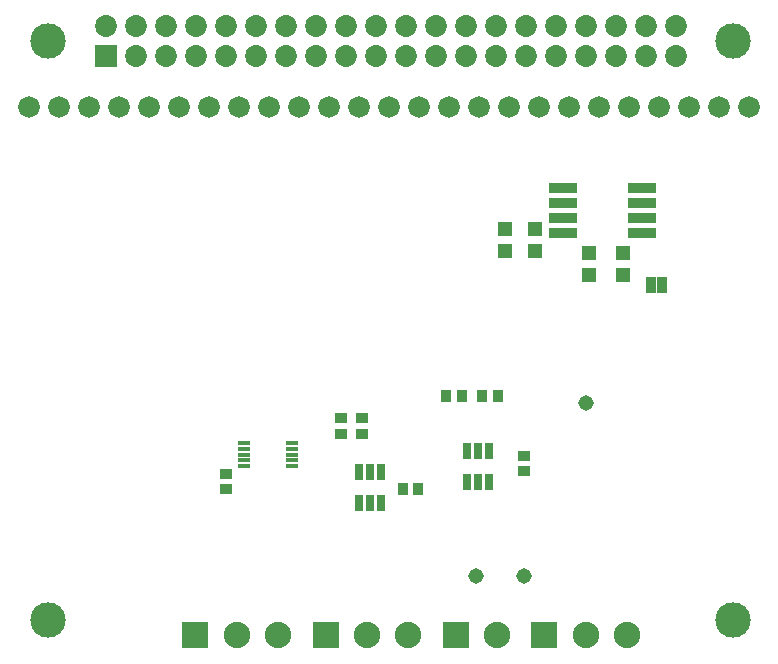
<source format=gbs>
G75*
%MOIN*%
%OFA0B0*%
%FSLAX24Y24*%
%IPPOS*%
%LPD*%
%AMOC8*
5,1,8,0,0,1.08239X$1,22.5*
%
%ADD10C,0.1182*%
%ADD11C,0.0730*%
%ADD12R,0.0730X0.0730*%
%ADD13R,0.0950X0.0320*%
%ADD14R,0.0474X0.0513*%
%ADD15C,0.0720*%
%ADD16R,0.0330X0.0580*%
%ADD17R,0.0433X0.0157*%
%ADD18R,0.0297X0.0552*%
%ADD19R,0.0434X0.0356*%
%ADD20R,0.0356X0.0434*%
%ADD21C,0.0880*%
%ADD22R,0.0880X0.0880*%
%ADD23C,0.0516*%
D10*
X001528Y002049D03*
X001528Y021341D03*
X024363Y021341D03*
X024363Y002049D03*
D11*
X022445Y020841D03*
X021445Y020841D03*
X020445Y020841D03*
X019445Y020841D03*
X018445Y020841D03*
X017445Y020841D03*
X016445Y020841D03*
X015445Y020841D03*
X014445Y020841D03*
X013445Y020841D03*
X012445Y020841D03*
X011445Y020841D03*
X010445Y020841D03*
X009445Y020841D03*
X008445Y020841D03*
X007445Y020841D03*
X006445Y020841D03*
X005445Y020841D03*
X004445Y020841D03*
X004445Y021841D03*
X005445Y021841D03*
X006445Y021841D03*
X007445Y021841D03*
X008445Y021841D03*
X009445Y021841D03*
X010445Y021841D03*
X011445Y021841D03*
X012445Y021841D03*
X013445Y021841D03*
X014445Y021841D03*
X015445Y021841D03*
X016445Y021841D03*
X017445Y021841D03*
X018445Y021841D03*
X019445Y021841D03*
X020445Y021841D03*
X021445Y021841D03*
X022445Y021841D03*
X003445Y021841D03*
D12*
X003445Y020841D03*
D13*
X018675Y016441D03*
X018675Y015941D03*
X018675Y015441D03*
X018675Y014941D03*
X021325Y014941D03*
X021325Y015441D03*
X021325Y015941D03*
X021325Y016441D03*
D14*
X020700Y014276D03*
X020700Y013567D03*
X019550Y013567D03*
X019550Y014276D03*
X017750Y014367D03*
X017750Y015076D03*
X016750Y015076D03*
X016750Y014367D03*
D15*
X016900Y019171D03*
X017900Y019171D03*
X018900Y019171D03*
X019900Y019171D03*
X020900Y019171D03*
X021900Y019171D03*
X022900Y019171D03*
X023900Y019171D03*
X024900Y019171D03*
X015900Y019171D03*
X014900Y019171D03*
X013900Y019171D03*
X012900Y019171D03*
X011900Y019171D03*
X010900Y019171D03*
X009900Y019171D03*
X008900Y019171D03*
X007900Y019171D03*
X006900Y019171D03*
X005900Y019171D03*
X004900Y019171D03*
X003900Y019171D03*
X002900Y019171D03*
X001900Y019171D03*
X000900Y019171D03*
D16*
X021623Y013221D03*
X021977Y013221D03*
D17*
X009657Y007965D03*
X009657Y007768D03*
X009657Y007571D03*
X009657Y007375D03*
X009657Y007178D03*
X008043Y007178D03*
X008043Y007375D03*
X008043Y007571D03*
X008043Y007768D03*
X008043Y007965D03*
D18*
X011876Y006983D03*
X012250Y006983D03*
X012624Y006983D03*
X012624Y005960D03*
X012250Y005960D03*
X011876Y005960D03*
X015476Y006660D03*
X015850Y006660D03*
X016224Y006660D03*
X016224Y007683D03*
X015850Y007683D03*
X015476Y007683D03*
D19*
X017400Y007527D03*
X017400Y007016D03*
X012000Y008266D03*
X012000Y008777D03*
X011300Y008777D03*
X011300Y008266D03*
X007450Y006927D03*
X007450Y006416D03*
D20*
X013344Y006421D03*
X013856Y006421D03*
X014794Y009521D03*
X015306Y009521D03*
X015994Y009521D03*
X016506Y009521D03*
D21*
X016489Y001557D03*
X019441Y001557D03*
X020819Y001557D03*
X013536Y001557D03*
X012158Y001557D03*
X009189Y001557D03*
X007811Y001557D03*
D22*
X006433Y001557D03*
X010780Y001557D03*
X015111Y001557D03*
X018063Y001557D03*
D23*
X017400Y003521D03*
X015800Y003521D03*
X019441Y009280D03*
M02*

</source>
